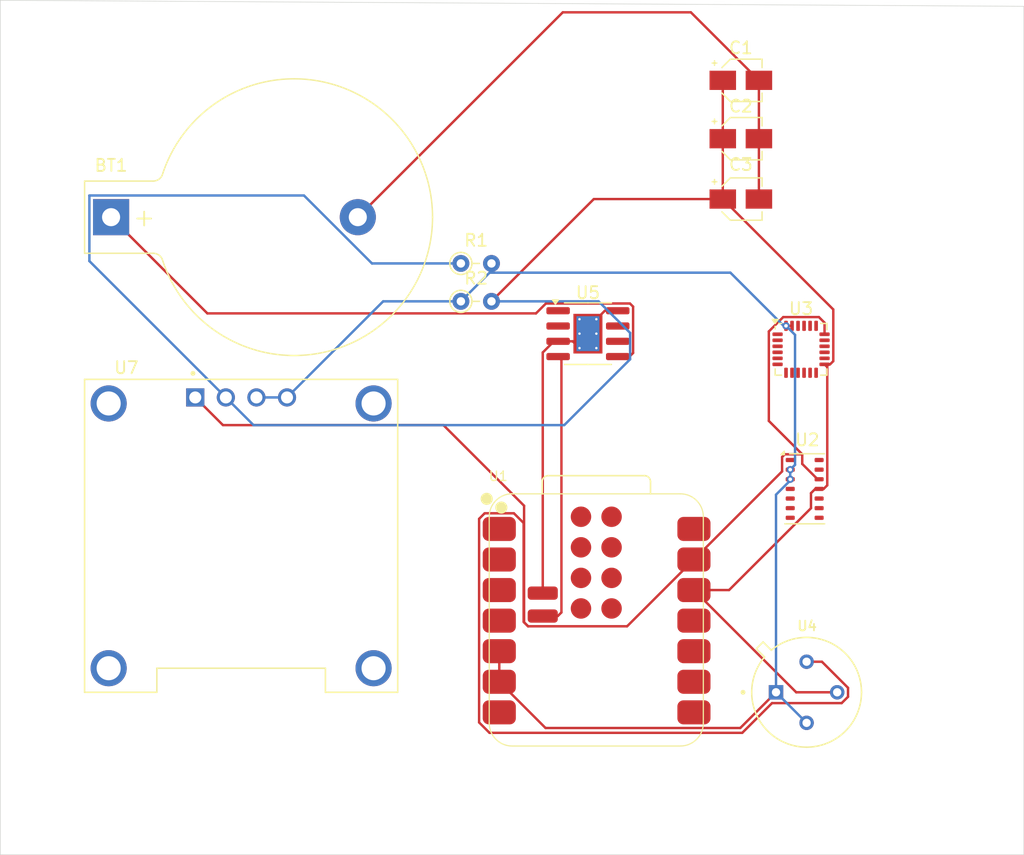
<source format=kicad_pcb>
(kicad_pcb (version 20241229) (generator "pcbnew") (generator_version "9.0")
  (layers (0 "F.Cu" signal) (2 "B.Cu" signal) (13 "F.Paste" user) (15 "B.Paste" user) (5 "F.SilkS" user "F.Silkscreen") (7 "B.SilkS" user "B.Silkscreen") (1 "F.Mask" user) (3 "B.Mask" user) (25 "Edge.Cuts" user))
  (net 0 "")
  (net 1 "Net-(BT1-+)")
  (net 2 "GND")
  (net 3 "Net-(U1-3V3)")
  (net 4 "Net-(U1-PA8_A4_D4_SDA)")
  (net 15 "Net-(U2-GND)")
  (net 16 "Net-(U5-CE)")
  (net 17 "Net-(U5-V_{CC})")
  (footprint "Capacitor_SMD:CP_Elec_3x5.3" (layer "F.Cu") (at 131.5 61.65)
    (property "Reference" "C1" (at 0 -2.7 0) (layer "F.SilkS"))
    (property "Value" "0.1u")
    (fp_line (start -2.375 -1.435) (end -2 -1.435) (stroke (width 0.12)) (layer "F.SilkS"))
    (fp_line (start -2.1875 -1.6225) (end -2.1875 -1.2475) (stroke (width 0.12)) (layer "F.SilkS"))
    (fp_line (start -1.570563 -1.06) (end -0.870563 -1.76) (stroke (width 0.12)) (layer "F.SilkS"))
    (fp_line (start -1.570563 1.06) (end -0.870563 1.76) (stroke (width 0.12)) (layer "F.SilkS"))
    (fp_line (start -0.870563 -1.76) (end 1.76 -1.76) (stroke (width 0.12)) (layer "F.SilkS"))
    (fp_line (start -0.870563 1.76) (end 1.76 1.76) (stroke (width 0.12)) (layer "F.SilkS"))
    (fp_line (start 1.76 -1.76) (end 1.76 -1.06) (stroke (width 0.12)) (layer "F.SilkS"))
    (fp_line (start 1.76 1.76) (end 1.76 1.06) (stroke (width 0.12)) (layer "F.SilkS"))
    (pad "1" smd rect (at -1.5 0) (size 2.2 1.6) (layers "F.Cu" "F.Mask" "F.Paste") (net 3 "Net-(U1-3V3)"))
    (pad "2" smd rect (at 1.5 0) (size 2.2 1.6) (layers "F.Cu" "F.Mask" "F.Paste") (net 2 "GND"))
  )
  (footprint "Capacitor_SMD:CP_Elec_3x5.3" (layer "F.Cu") (at 131.5 66.5)
    (property "Reference" "C2" (at 0 -2.7 0) (layer "F.SilkS"))
    (property "Value" "0.1u")
    (fp_line (start -2.375 -1.435) (end -2 -1.435) (stroke (width 0.12)) (layer "F.SilkS"))
    (fp_line (start -2.1875 -1.6225) (end -2.1875 -1.2475) (stroke (width 0.12)) (layer "F.SilkS"))
    (fp_line (start -1.570563 -1.06) (end -0.870563 -1.76) (stroke (width 0.12)) (layer "F.SilkS"))
    (fp_line (start -1.570563 1.06) (end -0.870563 1.76) (stroke (width 0.12)) (layer "F.SilkS"))
    (fp_line (start -0.870563 -1.76) (end 1.76 -1.76) (stroke (width 0.12)) (layer "F.SilkS"))
    (fp_line (start -0.870563 1.76) (end 1.76 1.76) (stroke (width 0.12)) (layer "F.SilkS"))
    (fp_line (start 1.76 -1.76) (end 1.76 -1.06) (stroke (width 0.12)) (layer "F.SilkS"))
    (fp_line (start 1.76 1.76) (end 1.76 1.06) (stroke (width 0.12)) (layer "F.SilkS"))
    (pad "1" smd rect (at -1.5 0) (size 2.2 1.6) (layers "F.Cu" "F.Mask" "F.Paste") (net 3 "Net-(U1-3V3)"))
    (pad "2" smd rect (at 1.5 0) (size 2.2 1.6) (layers "F.Cu" "F.Mask" "F.Paste") (net 2 "GND"))
  )
  (footprint "Sensor_Motion:InvenSense_QFN-24_4x4mm_P0.5mm" (layer "F.Cu") (at 136.5 84)
    (property "Reference" "U3" (at 0 -3.375 0) (layer "F.SilkS"))
    (property "Value" "MPU-6050")
    (fp_line (start -2.15 -1.685) (end -2.15 -1.91) (stroke (width 0.12)) (layer "F.SilkS"))
    (fp_line (start -2.15 2.15) (end -2.15 1.625) (stroke (width 0.12)) (layer "F.SilkS"))
    (fp_line (start -2.15 2.15) (end -1.625 2.15) (stroke (width 0.12)) (layer "F.SilkS"))
    (fp_line (start -1.625 -2.15) (end -1.85 -2.15) (stroke (width 0.12)) (layer "F.SilkS"))
    (fp_line (start 2.15 -2.15) (end 1.625 -2.15) (stroke (width 0.12)) (layer "F.SilkS"))
    (fp_line (start 2.15 -2.15) (end 2.15 -1.625) (stroke (width 0.12)) (layer "F.SilkS"))
    (fp_line (start 2.15 2.15) (end 1.625 2.15) (stroke (width 0.12)) (layer "F.SilkS"))
    (fp_line (start 2.15 2.15) (end 2.15 1.625) (stroke (width 0.12)) (layer "F.SilkS"))
    (fp_poly (pts (xy -2.15 -2.15) (xy -2.39 -2.48) (xy -1.91 -2.48) (xy -2.15 -2.15)) (stroke (width 0.12)) (fill yes) (layer "F.SilkS"))
    (pad "1" smd roundrect (at -1.95 -1.25) (size 0.85 0.3) (layers "F.Cu" "F.Mask" "F.Paste"))
    (pad "2" smd roundrect (at -1.95 -0.75) (size 0.85 0.3) (layers "F.Cu" "F.Mask" "F.Paste"))
    (pad "3" smd roundrect (at -1.95 -0.25) (size 0.85 0.3) (layers "F.Cu" "F.Mask" "F.Paste"))
    (pad "4" smd roundrect (at -1.95 0.25) (size 0.85 0.3) (layers "F.Cu" "F.Mask" "F.Paste"))
    (pad "5" smd roundrect (at -1.95 0.75) (size 0.85 0.3) (layers "F.Cu" "F.Mask" "F.Paste"))
    (pad "6" smd roundrect (at -1.95 1.25) (size 0.85 0.3) (layers "F.Cu" "F.Mask" "F.Paste"))
    (pad "7" smd roundrect (at -1.25 1.95 90) (size 0.85 0.3) (layers "F.Cu" "F.Mask" "F.Paste"))
    (pad "8" smd roundrect (at -0.75 1.95 90) (size 0.85 0.3) (layers "F.Cu" "F.Mask" "F.Paste"))
    (pad "9" smd roundrect (at -0.25 1.95 90) (size 0.85 0.3) (layers "F.Cu" "F.Mask" "F.Paste"))
    (pad "10" smd roundrect (at 0.25 1.95 90) (size 0.85 0.3) (layers "F.Cu" "F.Mask" "F.Paste"))
    (pad "11" smd roundrect (at 0.75 1.95 90) (size 0.85 0.3) (layers "F.Cu" "F.Mask" "F.Paste"))
    (pad "12" smd roundrect (at 1.25 1.95 90) (size 0.85 0.3) (layers "F.Cu" "F.Mask" "F.Paste"))
    (pad "13" smd roundrect (at 1.95 1.25) (size 0.85 0.3) (layers "F.Cu" "F.Mask" "F.Paste") (net 3 "Net-(U1-3V3)"))
    (pad "14" smd roundrect (at 1.95 0.75) (size 0.85 0.3) (layers "F.Cu" "F.Mask" "F.Paste"))
    (pad "15" smd roundrect (at 1.95 0.25) (size 0.85 0.3) (layers "F.Cu" "F.Mask" "F.Paste"))
    (pad "16" smd roundrect (at 1.95 -0.25) (size 0.85 0.3) (layers "F.Cu" "F.Mask" "F.Paste"))
    (pad "17" smd roundrect (at 1.95 -0.75) (size 0.85 0.3) (layers "F.Cu" "F.Mask" "F.Paste"))
    (pad "18" smd roundrect (at 1.95 -1.25) (size 0.85 0.3) (layers "F.Cu" "F.Mask" "F.Paste") (net 15 "Net-(U2-GND)"))
    (pad "19" smd roundrect (at 1.25 -1.95 90) (size 0.85 0.3) (layers "F.Cu" "F.Mask" "F.Paste"))
    (pad "20" smd roundrect (at 0.75 -1.95 90) (size 0.85 0.3) (layers "F.Cu" "F.Mask" "F.Paste"))
    (pad "21" smd roundrect (at 0.25 -1.95 90) (size 0.85 0.3) (layers "F.Cu" "F.Mask" "F.Paste"))
    (pad "22" smd roundrect (at -0.25 -1.95 90) (size 0.85 0.3) (layers "F.Cu" "F.Mask" "F.Paste"))
    (pad "23" smd roundrect (at -0.75 -1.95 90) (size 0.85 0.3) (layers "F.Cu" "F.Mask" "F.Paste") (net 4 "Net-(U1-PA8_A4_D4_SDA)"))
    (pad "24" smd roundrect (at -1.25 -1.95 90) (size 0.85 0.3) (layers "F.Cu" "F.Mask" "F.Paste") (net 4 "Net-(U1-PA8_A4_D4_SDA)"))
  )
  (footprint "DM-OLED096-636:MODULE_DM-OLED096-636" (layer "F.Cu") (at 90 99.5)
    (property "Reference" "U7" (at -9.525 -13.97 0) (layer "F.SilkS"))
    (property "Value" "DM-OLED096-636")
    (fp_line (start -13 -13) (end 13 -13) (stroke (width 0.127)) (layer "F.SilkS"))
    (fp_line (start -13 13) (end -13 -13) (stroke (width 0.127)) (layer "F.SilkS"))
    (fp_line (start -7 11) (end -7 13) (stroke (width 0.127)) (layer "F.SilkS"))
    (fp_line (start -7 13) (end -13 13) (stroke (width 0.127)) (layer "F.SilkS"))
    (fp_line (start 7 11) (end -7 11) (stroke (width 0.127)) (layer "F.SilkS"))
    (fp_line (start 7 13) (end 7 11) (stroke (width 0.127)) (layer "F.SilkS"))
    (fp_line (start 13 -13) (end 13 13) (stroke (width 0.127)) (layer "F.SilkS"))
    (fp_line (start 13 13) (end 7 13) (stroke (width 0.127)) (layer "F.SilkS"))
    (fp_circle (center -4 -13.5) (end -3.9 -13.5) (stroke (width 0.2)) (fill no) (layer "F.SilkS"))
    (pad "1" thru_hole rect (at -3.81 -11.5) (size 1.508 1.508) (drill 1) (layers "*.Cu" "*.Mask") (net 15 "Net-(U2-GND)"))
    (pad "2" thru_hole circle (at -1.27 -11.5) (size 1.508 1.508) (drill 1) (layers "*.Cu" "*.Mask") (net 3 "Net-(U1-3V3)"))
    (pad "3" thru_hole circle (at 1.27 -11.5) (size 1.508 1.508) (drill 1) (layers "*.Cu" "*.Mask") (net 4 "Net-(U1-PA8_A4_D4_SDA)"))
    (pad "4" thru_hole circle (at 3.81 -11.5) (size 1.508 1.508) (drill 1) (layers "*.Cu" "*.Mask") (net 4 "Net-(U1-PA8_A4_D4_SDA)"))
    (pad "S1" thru_hole circle (at -11 -11) (size 3 3) (drill 2) (layers "*.Cu" "*.Mask"))
    (pad "S2" thru_hole circle (at 11 -11) (size 3 3) (drill 2) (layers "*.Cu" "*.Mask"))
    (pad "S3" thru_hole circle (at 11 11) (size 3 3) (drill 2) (layers "*.Cu" "*.Mask"))
    (pad "S4" thru_hole circle (at -11 11) (size 3 3) (drill 2) (layers "*.Cu" "*.Mask"))
  )
  (footprint "Resistor_THT:R_Axial_DIN0204_L3.6mm_D1.6mm_P2.54mm_Vertical" (layer "F.Cu") (at 108.25 80.015)
    (property "Reference" "R2" (at 1.27 -1.92 0) (layer "F.SilkS"))
    (property "Value" "4.7k")
    (fp_line (start 0.92 0) (end 1.54 0) (stroke (width 0.12)) (layer "F.SilkS"))
    (fp_circle (center 0 0) (end 0.92 0) (stroke (width 0.12)) (fill no) (layer "F.SilkS"))
    (pad "1" thru_hole circle (at 0 0) (size 1.4 1.4) (drill 0.7) (layers "*.Cu" "*.Mask") (net 4 "Net-(U1-PA8_A4_D4_SDA)"))
    (pad "2" thru_hole oval (at 2.54 0) (size 1.4 1.4) (drill 0.7) (layers "*.Cu" "*.Mask") (net 3 "Net-(U1-3V3)"))
  )
  (footprint "Battery:BatteryHolder_Keystone_103_1x20mm" (layer "F.Cu") (at 79.2 73.020717)
    (property "Reference" "BT1" (at 0 -4.3 0) (layer "F.SilkS"))
    (property "Value" "Battery_Cell" (hide yes))
    (fp_line (start -2.2 -3) (end 3.5 -3) (stroke (width 0.12)) (layer "F.SilkS"))
    (fp_line (start -2.2 3) (end -2.2 -3) (stroke (width 0.12)) (layer "F.SilkS"))
    (fp_line (start -2.2 3) (end 3.5 3) (stroke (width 0.12)) (layer "F.SilkS"))
    (fp_arc (start 3.5 3) (mid 3.950694 3.136459) (end 4.25 3.5) (stroke (width 0.12)) (layer "F.SilkS"))
    (fp_arc (start 4.25 -3.5) (mid 3.950694 -3.136459) (end 3.5 -3) (stroke (width 0.12)) (layer "F.SilkS"))
    (fp_arc (start 4.25 -3.5) (mid 16.971103 -11.358466) (end 26.695671 0) (stroke (width 0.12)) (layer "F.SilkS"))
    (fp_arc (start 26.695671 0) (mid 16.971103 11.358466) (end 4.25 3.5) (stroke (width 0.12)) (layer "F.SilkS"))
    (fp_text user "+" (at 2.75 0 0) (layer "F.SilkS") (effects (font (size 1.5 1.5))))
    (pad "1" thru_hole rect (at 0 0) (size 3 3) (drill 1.5) (layers "*.Cu" "*.Mask") (net 1 "Net-(BT1-+)"))
    (pad "2" thru_hole circle (at 20.49 0) (size 3 3) (drill 1.5) (layers "*.Cu" "*.Mask") (net 2 "GND"))
  )
  (footprint "OptoDevice:Maxim_OLGA-14_3.3x5.6mm_P0.8mm" (layer "F.Cu") (at 136.8 95.6)
    (property "Reference" "U2" (at 0.22 -4.07 0) (layer "F.SilkS"))
    (property "Value" "MAX30102")
    (fp_line (start -1.25 -2.92) (end 1.64 -2.92) (stroke (width 0.12)) (layer "F.SilkS"))
    (fp_line (start 1.66 2.9) (end -1.65 2.9) (stroke (width 0.12)) (layer "F.SilkS"))
    (fp_poly (pts (xy -1.69 -2.85) (xy -1.97 -2.85) (xy -1.69 -3.13) (xy -1.69 -2.85)) (stroke (width 0.12)) (fill yes) (layer "F.SilkS"))
    (pad "1" smd roundrect (at -1.2 -2.4) (size 0.75 0.35) (layers "F.Cu" "F.Mask" "F.Paste"))
    (pad "2" smd roundrect (at -1.2 -1.6) (size 0.75 0.35) (layers "F.Cu" "F.Mask" "F.Paste") (net 4 "Net-(U1-PA8_A4_D4_SDA)"))
    (pad "3" smd roundrect (at -1.2 -0.8) (size 0.75 0.35) (layers "F.Cu" "F.Mask" "F.Paste") (net 4 "Net-(U1-PA8_A4_D4_SDA)"))
    (pad "4" smd roundrect (at -1.2 0) (size 0.75 0.35) (layers "F.Cu" "F.Mask" "F.Paste"))
    (pad "5" smd roundrect (at -1.2 0.8) (size 0.75 0.35) (layers "F.Cu" "F.Mask" "F.Paste"))
    (pad "6" smd roundrect (at -1.2 1.6) (size 0.75 0.35) (layers "F.Cu" "F.Mask" "F.Paste"))
    (pad "7" smd roundrect (at -1.2 2.4) (size 0.75 0.35) (layers "F.Cu" "F.Mask" "F.Paste"))
    (pad "8" smd roundrect (at 1.2 2.4) (size 0.75 0.35) (layers "F.Cu" "F.Mask" "F.Paste"))
    (pad "9" smd roundrect (at 1.2 1.6) (size 0.75 0.35) (layers "F.Cu" "F.Mask" "F.Paste"))
    (pad "10" smd roundrect (at 1.2 0.8) (size 0.75 0.35) (layers "F.Cu" "F.Mask" "F.Paste"))
    (pad "11" smd roundrect (at 1.2 0) (size 0.75 0.35) (layers "F.Cu" "F.Mask" "F.Paste") (net 3 "Net-(U1-3V3)"))
    (pad "12" smd roundrect (at 1.2 -0.8) (size 0.75 0.35) (layers "F.Cu" "F.Mask" "F.Paste") (net 15 "Net-(U2-GND)"))
    (pad "13" smd roundrect (at 1.2 -1.6) (size 0.75 0.35) (layers "F.Cu" "F.Mask" "F.Paste"))
    (pad "14" smd roundrect (at 1.2 -2.4) (size 0.75 0.35) (layers "F.Cu" "F.Mask" "F.Paste"))
  )
  (footprint "Package_SO:SOIC-8-1EP_3.9x4.9mm_P1.27mm_EP2.41x3.3mm_ThermalVias" (layer "F.Cu") (at 118.8 82.7)
    (property "Reference" "U5" (at 0 -3.4 0) (layer "F.SilkS"))
    (property "Value" "TP4056-42-ESOP8")
    (fp_line (start 0 -2.56) (end -1.95 -2.56) (stroke (width 0.12)) (layer "F.SilkS"))
    (fp_line (start 0 -2.56) (end 1.95 -2.56) (stroke (width 0.12)) (layer "F.SilkS"))
    (fp_line (start 0 2.56) (end -1.95 2.56) (stroke (width 0.12)) (layer "F.SilkS"))
    (fp_line (start 0 2.56) (end 1.95 2.56) (stroke (width 0.12)) (layer "F.SilkS"))
    (fp_poly (pts (xy -2.7 -2.465) (xy -2.94 -2.795) (xy -2.46 -2.795) (xy -2.7 -2.465)) (stroke (width 0.12)) (fill yes) (layer "F.SilkS"))
    (pad "1" smd roundrect (at -2.475 -1.905) (size 1.95 0.6) (layers "F.Cu" "F.Mask" "F.Paste"))
    (pad "2" smd roundrect (at -2.475 -0.635) (size 1.95 0.6) (layers "F.Cu" "F.Mask" "F.Paste"))
    (pad "3" smd roundrect (at -2.475 0.635) (size 1.95 0.6) (layers "F.Cu" "F.Mask" "F.Paste") (net 16 "Net-(U5-CE)"))
    (pad "4" smd roundrect (at -2.475 1.905) (size 1.95 0.6) (layers "F.Cu" "F.Mask" "F.Paste") (net 17 "Net-(U5-V_{CC})"))
    (pad "5" smd roundrect (at 2.475 1.905) (size 1.95 0.6) (layers "F.Cu" "F.Mask" "F.Paste") (net 1 "Net-(BT1-+)"))
    (pad "6" smd roundrect (at 2.475 0.635) (size 1.95 0.6) (layers "F.Cu" "F.Mask" "F.Paste"))
    (pad "7" smd roundrect (at 2.475 -0.635) (size 1.95 0.6) (layers "F.Cu" "F.Mask" "F.Paste"))
    (pad "8" smd roundrect (at 2.475 -1.905) (size 1.95 0.6) (layers "F.Cu" "F.Mask" "F.Paste") (net 16 "Net-(U5-CE)"))
    (pad "9" thru_hole circle (at -0.7 -1.2) (size 0.5 0.5) (drill 0.2) (property pad_prop_heatsink) (layers "*.Cu") (net 16 "Net-(U5-CE)"))
    (pad "9" thru_hole circle (at -0.7 0) (size 0.5 0.5) (drill 0.2) (property pad_prop_heatsink) (layers "*.Cu") (net 16 "Net-(U5-CE)"))
    (pad "9" thru_hole circle (at -0.7 1.2) (size 0.5 0.5) (drill 0.2) (property pad_prop_heatsink) (layers "*.Cu") (net 16 "Net-(U5-CE)"))
    (pad "9" smd rect (at 0 0) (size 1.9 2.9) (property pad_prop_heatsink) (layers "B.Cu") (net 16 "Net-(U5-CE)"))
    (pad "9" smd rect (at 0 0) (size 2.41 3.3) (property pad_prop_heatsink) (layers "F.Cu" "F.Mask") (net 16 "Net-(U5-CE)"))
    (pad "9" thru_hole circle (at 0.7 -1.2) (size 0.5 0.5) (drill 0.2) (property pad_prop_heatsink) (layers "*.Cu") (net 16 "Net-(U5-CE)"))
    (pad "9" thru_hole circle (at 0.7 0) (size 0.5 0.5) (drill 0.2) (property pad_prop_heatsink) (layers "*.Cu") (net 16 "Net-(U5-CE)"))
    (pad "9" thru_hole circle (at 0.7 1.2) (size 0.5 0.5) (drill 0.2) (property pad_prop_heatsink) (layers "*.Cu") (net 16 "Net-(U5-CE)"))
  )
  (footprint "Seeed Studio XIAO Series Library:XIAO-ESP32S3-SMD" (layer "F.Cu") (at 119.5 106.5)
    (property "Reference" "U1" (at -9 -11.5 0) (layer "F.SilkS") (effects (font (size 0.78232 0.78232) (thickness 0.10668)) (justify left bottom)))
    (property "Value" "SeeeduinoXIAO")
    (fp_line (start -8.896364 8.56) (end -8.896364 -8.585) (stroke (width 0.1)) (layer "F.SilkS"))
    (fp_line (start -6.991364 10.465) (end 6.978636 10.465) (stroke (width 0.1)) (layer "F.SilkS"))
    (fp_line (start -4.501364 -10.49) (end -4.497636 -11.500272) (stroke (width 0.127)) (layer "F.SilkS"))
    (fp_line (start -3.997636 -12) (end 3.997636 -12) (stroke (width 0.127)) (layer "F.SilkS"))
    (fp_line (start 4.497636 -11.5) (end 4.497636 -10.49) (stroke (width 0.127)) (layer "F.SilkS"))
    (fp_line (start 6.978636 -10.49) (end -6.991364 -10.49) (stroke (width 0.1)) (layer "F.SilkS"))
    (fp_line (start 8.883636 8.56) (end 8.883636 -8.585) (stroke (width 0.1)) (layer "F.SilkS"))
    (fp_arc (start -8.896364 -8.589) (mid -8.338402 -9.936038) (end -6.991364 -10.494) (stroke (width 0.1)) (layer "F.SilkS"))
    (fp_arc (start -6.991364 10.465) (mid -8.338402 9.907038) (end -8.896364 8.56) (stroke (width 0.1)) (layer "F.SilkS"))
    (fp_arc (start -4.497636 -11.500272) (mid -4.351088 -11.853644) (end -3.997636 -12) (stroke (width 0.127)) (layer "F.SilkS"))
    (fp_arc (start 3.997636 -12) (mid 4.351189 -11.853553) (end 4.497636 -11.5) (stroke (width 0.127)) (layer "F.SilkS"))
    (fp_arc (start 6.978636 -10.49) (mid 8.325674 -9.932038) (end 8.883636 -8.585) (stroke (width 0.1)) (layer "F.SilkS"))
    (fp_arc (start 8.883636 8.56) (mid 8.325674 9.907038) (end 6.978636 10.465) (stroke (width 0.1)) (layer "F.SilkS"))
    (fp_circle (center -9.106364 -10.074) (end -9.106364 -10.328) (stroke (width 0.5)) (fill yes) (layer "F.SilkS"))
    (fp_circle (center -7.889364 -9.351) (end -7.889364 -9.605) (stroke (width 0.5)) (fill yes) (layer "F.SilkS"))
    (pad "1" smd roundrect (at -8.061364 -7.573) (size 2.75 2) (layers "F.Cu" "F.Mask" "F.Paste"))
    (pad "2" smd roundrect (at -8.061364 -5.033) (size 2.75 2) (layers "F.Cu" "F.Mask" "F.Paste"))
    (pad "3" smd roundrect (at -8.061364 -2.493) (size 2.75 2) (layers "F.Cu" "F.Mask" "F.Paste"))
    (pad "4" smd roundrect (at -8.061364 0.047) (size 2.75 2) (layers "F.Cu" "F.Mask" "F.Paste"))
    (pad "5" smd roundrect (at -8.061364 2.587) (size 2.75 2) (layers "F.Cu" "F.Mask" "F.Paste") (net 4 "Net-(U1-PA8_A4_D4_SDA)"))
    (pad "6" smd roundrect (at -8.061364 5.127) (size 2.75 2) (layers "F.Cu" "F.Mask" "F.Paste") (net 4 "Net-(U1-PA8_A4_D4_SDA)"))
    (pad "7" smd roundrect (at -8.061364 7.667) (size 2.75 2) (layers "F.Cu" "F.Mask" "F.Paste"))
    (pad "8" smd roundrect (at 8.103636 7.667) (size 2.75 2) (layers "F.Cu" "F.Mask" "F.Paste"))
    (pad "9" smd roundrect (at 8.103636 5.127) (size 2.75 2) (layers "F.Cu" "F.Mask" "F.Paste"))
    (pad "10" smd roundrect (at 8.103636 2.587) (size 2.75 2) (layers "F.Cu" "F.Mask" "F.Paste"))
    (pad "11" smd roundrect (at 8.103636 0.047) (size 2.75 2) (layers "F.Cu" "F.Mask" "F.Paste"))
    (pad "12" smd roundrect (at 8.103636 -2.493) (size 2.75 2) (layers "F.Cu" "F.Mask" "F.Paste") (net 3 "Net-(U1-3V3)"))
    (pad "13" smd roundrect (at 8.103636 -5.033) (size 2.75 2) (layers "F.Cu" "F.Mask" "F.Paste") (net 15 "Net-(U2-GND)"))
    (pad "14" smd roundrect (at 8.103636 -7.573) (size 2.75 2) (layers "F.Cu" "F.Mask" "F.Paste"))
    (pad "15" smd roundrect (at -4.451364 -0.335 180) (size 2.5 1.1) (layers "F.Cu" "F.Mask" "F.Paste") (net 17 "Net-(U5-V_{CC})"))
    (pad "16" smd roundrect (at -4.451364 -2.24 180) (size 2.5 1.1) (layers "F.Cu" "F.Mask" "F.Paste") (net 16 "Net-(U5-CE)"))
    (pad "17" smd circle (at -1.276364 -8.585) (size 1.7 1.7) (layers "F.Cu" "F.Mask" "F.Paste"))
    (pad "18" smd circle (at 1.263636 -8.585) (size 1.7 1.7) (layers "F.Cu" "F.Mask" "F.Paste"))
    (pad "19" smd circle (at -1.276364 -6.045) (size 1.7 1.7) (layers "F.Cu" "F.Mask" "F.Paste"))
    (pad "20" smd circle (at 1.263636 -6.045) (size 1.7 1.7) (layers "F.Cu" "F.Mask" "F.Paste"))
    (pad "21" smd circle (at -1.276364 -3.505) (size 1.7 1.7) (layers "F.Cu" "F.Mask" "F.Paste"))
    (pad "22" smd circle (at 1.263636 -3.505) (size 1.7 1.7) (layers "F.Cu" "F.Mask" "F.Paste"))
    (pad "23" smd circle (at -1.276364 -0.965) (size 1.7 1.7) (layers "F.Cu" "F.Mask" "F.Paste"))
    (pad "24" smd circle (at 1.263636 -0.965) (size 1.7 1.7) (layers "F.Cu" "F.Mask" "F.Paste"))
  )
  (footprint "Resistor_THT:R_Axial_DIN0204_L3.6mm_D1.6mm_P2.54mm_Vertical" (layer "F.Cu") (at 108.25 76.865)
    (property "Reference" "R1" (at 1.27 -1.92 0) (layer "F.SilkS"))
    (property "Value" "4.7k")
    (fp_line (start 0.92 0) (end 1.54 0) (stroke (width 0.12)) (layer "F.SilkS"))
    (fp_circle (center 0 0) (end 0.92 0) (stroke (width 0.12)) (fill no) (layer "F.SilkS"))
    (pad "1" thru_hole circle (at 0 0) (size 1.4 1.4) (drill 0.7) (layers "*.Cu" "*.Mask") (net 3 "Net-(U1-3V3)"))
    (pad "2" thru_hole oval (at 2.54 0) (size 1.4 1.4) (drill 0.7) (layers "*.Cu" "*.Mask") (net 4 "Net-(U1-PA8_A4_D4_SDA)"))
  )
  (footprint "MLX90614ESF-AAA-000-TU:TO254P912H435-4" (layer "F.Cu") (at 136.96 112.5)
    (property "Reference" "U4" (at 0.04 -5.508 0) (layer "F.SilkS") (effects (font (size 0.8 0.8))))
    (property "Value" "MLX90614ESF-AAA-000-TU")
    (fp_line (start -4.1793 -3.61361) (end -3.49482 -2.92913) (stroke (width 0.127)) (layer "F.SilkS"))
    (fp_line (start -3.61361 -4.1793) (end -4.1793 -3.61361) (stroke (width 0.127)) (layer "F.SilkS"))
    (fp_line (start -2.92913 -3.49482) (end -3.61361 -4.1793) (stroke (width 0.127)) (layer "F.SilkS"))
    (fp_arc (start -4.56 0) (mid -4.285439 -1.558397) (end -3.49482 -2.92913) (stroke (width 0.127)) (layer "F.SilkS"))
    (fp_arc (start -2.92913 -3.49482) (mid -1.558397 -4.285439) (end 0 -4.56) (stroke (width 0.127)) (layer "F.SilkS"))
    (fp_arc (start 0 -4.56) (mid 3.224407 -3.224407) (end 4.56 0) (stroke (width 0.127)) (layer "F.SilkS"))
    (fp_arc (start 0 4.56) (mid -3.224407 3.224407) (end -4.56 0) (stroke (width 0.127)) (layer "F.SilkS"))
    (fp_arc (start 4.56 0) (mid 3.224407 3.224407) (end 0 4.56) (stroke (width 0.127)) (layer "F.SilkS"))
    (fp_circle (center -5.28 0) (end -5.18 0) (stroke (width 0.2)) (fill no) (layer "F.SilkS"))
    (pad "1" thru_hole rect (at -2.54 0) (size 1.198 1.198) (drill 0.69) (layers "*.Cu" "*.Mask") (net 4 "Net-(U1-PA8_A4_D4_SDA)"))
    (pad "2" thru_hole circle (at 0 2.54) (size 1.198 1.198) (drill 0.69) (layers "*.Cu" "*.Mask") (net 4 "Net-(U1-PA8_A4_D4_SDA)"))
    (pad "3" thru_hole circle (at 2.54 0) (size 1.198 1.198) (drill 0.69) (layers "*.Cu" "*.Mask") (net 3 "Net-(U1-3V3)"))
    (pad "4" thru_hole circle (at 0 -2.54) (size 1.198 1.198) (drill 0.69) (layers "*.Cu" "*.Mask") (net 15 "Net-(U2-GND)"))
  )
  (footprint "Capacitor_SMD:CP_Elec_3x5.3" (layer "F.Cu") (at 131.5 71.515)
    (property "Reference" "C3" (at 0 -2.865 0) (layer "F.SilkS"))
    (property "Value" "0.1u")
    (fp_line (start -2.375 -1.435) (end -2 -1.435) (stroke (width 0.12)) (layer "F.SilkS"))
    (fp_line (start -2.1875 -1.6225) (end -2.1875 -1.2475) (stroke (width 0.12)) (layer "F.SilkS"))
    (fp_line (start -1.570563 -1.06) (end -0.870563 -1.76) (stroke (width 0.12)) (layer "F.SilkS"))
    (fp_line (start -1.570563 1.06) (end -0.870563 1.76) (stroke (width 0.12)) (layer "F.SilkS"))
    (fp_line (start -0.870563 -1.76) (end 1.76 -1.76) (stroke (width 0.12)) (layer "F.SilkS"))
    (fp_line (start -0.870563 1.76) (end 1.76 1.76) (stroke (width 0.12)) (layer "F.SilkS"))
    (fp_line (start 1.76 -1.76) (end 1.76 -1.06) (stroke (width 0.12)) (layer "F.SilkS"))
    (fp_line (start 1.76 1.76) (end 1.76 1.06) (stroke (width 0.12)) (layer "F.SilkS"))
    (pad "1" smd rect (at -1.5 0) (size 2.2 1.6) (layers "F.Cu" "F.Mask" "F.Paste") (net 3 "Net-(U1-3V3)"))
    (pad "2" smd rect (at 1.5 0) (size 2.2 1.6) (layers "F.Cu" "F.Mask" "F.Paste") (net 2 "GND"))
  )
  (gr_line (start 155 55.5) (end 155 126) (stroke (width 0.05)) (layer "Edge.Cuts"))
  (gr_line (start 70 55) (end 155 55.5) (stroke (width 0.05)) (layer "Edge.Cuts"))
  (gr_line (start 70 126) (end 70 55) (stroke (width 0.05)) (layer "Edge.Cuts"))
  (gr_line (start 155 126) (end 70 126) (stroke (width 0.05)) (layer "Edge.Cuts"))
  (segment (start 115.309032 80.194) (end 122.290968 80.194) (width 0.2) (layer "F.Cu") (net 1))
  (segment (start 114.487032 81.016) (end 115.309032 80.194) (width 0.2) (layer "F.Cu") (net 1))
  (segment (start 79.2 73.020717) (end 87.195283 81.016) (width 0.2) (layer "F.Cu") (net 1))
  (segment (start 122.249999 84.605) (end 121.275 84.605) (width 0.2) (layer "F.Cu") (net 1))
  (segment (start 122.290968 80.194) (end 122.551 80.454032) (width 0.2) (layer "F.Cu") (net 1))
  (segment (start 87.195283 81.016) (end 114.487032 81.016) (width 0.2) (layer "F.Cu") (net 1))
  (segment (start 122.551 80.454032) (end 122.551 84.303999) (width 0.2) (layer "F.Cu") (net 1))
  (segment (start 122.551 84.303999) (end 122.249999 84.605) (width 0.2) (layer "F.Cu") (net 1))
  (segment (start 79.2 73.020717) (end 79.200001 73.020717) (width 0.2) (layer "B.Cu") (net 1))
  (segment (start 127.35 56) (end 116.710717 56) (width 0.2) (layer "F.Cu") (net 2))
  (segment (start 133 66.5) (end 133 61.65) (width 0.2) (layer "F.Cu") (net 2))
  (segment (start 116.710717 56) (end 99.69 73.020717) (width 0.2) (layer "F.Cu") (net 2))
  (segment (start 133 61.65) (end 127.35 56) (width 0.2) (layer "F.Cu") (net 2))
  (segment (start 133 66.5) (end 133 71.515) (width 0.2) (layer "F.Cu") (net 2))
  (segment (start 119.29 71.515) (end 110.79 80.015) (width 0.2) (layer "F.Cu") (net 3))
  (segment (start 138.676 95.298999) (end 138.374999 95.6) (width 0.2) (layer "F.Cu") (net 3))
  (segment (start 130 66.5) (end 130 61.65) (width 0.2) (layer "F.Cu") (net 3))
  (segment (start 137.324 95.952) (end 137.676 95.6) (width 0.2) (layer "F.Cu") (net 3))
  (segment (start 137.676 95.6) (end 138 95.6) (width 0.2) (layer "F.Cu") (net 3))
  (segment (start 138.676 85.476) (end 138.676 95.298999) (width 0.2) (layer "F.Cu") (net 3))
  (segment (start 136.096636 112.5) (end 139.5 112.5) (width 0.2) (layer "F.Cu") (net 3))
  (segment (start 130 71.515) (end 119.29 71.515) (width 0.2) (layer "F.Cu") (net 3))
  (segment (start 138.45 85.25) (end 138.676 85.476) (width 0.2) (layer "F.Cu") (net 3))
  (segment (start 130 71.515) (end 139.176 80.691) (width 0.2) (layer "F.Cu") (net 3))
  (segment (start 138.374999 95.6) (end 138 95.6) (width 0.2) (layer "F.Cu") (net 3))
  (segment (start 137.324 97.202848) (end 137.324 95.952) (width 0.2) (layer "F.Cu") (net 3))
  (segment (start 139.176 84.982824) (end 138.908824 85.25) (width 0.2) (layer "F.Cu") (net 3))
  (segment (start 127.603636 104.007) (end 136.096636 112.5) (width 0.2) (layer "F.Cu") (net 3))
  (segment (start 130.519848 104.007) (end 137.324 97.202848) (width 0.2) (layer "F.Cu") (net 3))
  (segment (start 139.176 80.691) (end 139.176 84.982824) (width 0.2) (layer "F.Cu") (net 3))
  (segment (start 130 71.515) (end 130 66.5) (width 0.2) (layer "F.Cu") (net 3))
  (segment (start 127.603636 104.007) (end 130.519848 104.007) (width 0.2) (layer "F.Cu") (net 3))
  (segment (start 138.908824 85.25) (end 138.45 85.25) (width 0.2) (layer "F.Cu") (net 3))
  (segment (start 100.865 76.865) (end 108.25 76.865) (width 0.2) (layer "B.Cu") (net 3))
  (segment (start 88.73 88) (end 77.399 76.669) (width 0.2) (layer "B.Cu") (net 3))
  (segment (start 110.79 80.015) (end 110.515 80.015) (width 0.2) (layer "B.Cu") (net 3))
  (segment (start 95.219717 71.219717) (end 100.865 76.865) (width 0.2) (layer "B.Cu") (net 3))
  (segment (start 110.79 80.015) (end 119.6841 80.015) (width 0.2) (layer "B.Cu") (net 3))
  (segment (start 91.031 90.301) (end 88.73 88) (width 0.2) (layer "B.Cu") (net 3))
  (segment (start 119.6841 80.015) (end 122.302 82.6329) (width 0.2) (layer "B.Cu") (net 3))
  (segment (start 108.365 76.865) (end 108.5 77) (width 0.2) (layer "B.Cu") (net 3))
  (segment (start 110.515 80.015) (end 110.5 80) (width 0.2) (layer "B.Cu") (net 3))
  (segment (start 122.302 84.8322) (end 116.8332 90.301) (width 0.2) (layer "B.Cu") (net 3))
  (segment (start 77.399 76.669) (end 77.399 71.219717) (width 0.2) (layer "B.Cu") (net 3))
  (segment (start 122.302 82.6329) (end 122.302 84.8322) (width 0.2) (layer "B.Cu") (net 3))
  (segment (start 108.365 76.865) (end 108.25 76.865) (width 0.2) (layer "B.Cu") (net 3))
  (segment (start 77.399 71.219717) (end 95.219717 71.219717) (width 0.2) (layer "B.Cu") (net 3))
  (segment (start 116.8332 90.301) (end 91.031 90.301) (width 0.2) (layer "B.Cu") (net 3))
  (segment (start 115.279636 115.468) (end 131.452 115.468) (width 0.2) (layer "F.Cu") (net 4))
  (segment (start 131.452 115.468) (end 134.42 112.5) (width 0.2) (layer "F.Cu") (net 4))
  (segment (start 135.75 82.05) (end 135.25 82.05) (width 0.2) (layer "F.Cu") (net 4))
  (segment (start 111.438636 111.627) (end 115.279636 115.468) (width 0.2) (layer "F.Cu") (net 4))
  (segment (start 111.438636 109.087) (end 111.438636 111.627) (width 0.2) (layer "F.Cu") (net 4))
  (via (at 135.6 94) (size 0.6) (drill 0.3) (layers "F.Cu" "B.Cu") (net 4))
  (via (at 135.25 82.05) (size 0.6) (drill 0.3) (layers "F.Cu" "B.Cu") (net 4))
  (via (at 135.6 94.8) (size 0.6) (drill 0.3) (layers "F.Cu" "B.Cu") (net 4))
  (segment (start 134.42 96.08) (end 135.6 94.9) (width 0.2) (layer "B.Cu") (net 4))
  (segment (start 130.6325 77.6325) (end 135 82) (width 0.2) (layer "B.Cu") (net 4))
  (segment (start 93.81 88) (end 101.795 80.015) (width 0.2) (layer "B.Cu") (net 4))
  (segment (start 110.6325 77.6325) (end 110.79 77.475) (width 0.2) (layer "B.Cu") (net 4))
  (segment (start 93.81 88) (end 91.27 88) (width 0.2) (layer "B.Cu") (net 4))
  (segment (start 136 93.6) (end 136 82.8) (width 0.2) (layer "B.Cu") (net 4))
  (segment (start 136 82.8) (end 135.25 82.05) (width 0.2) (layer "B.Cu") (net 4))
  (segment (start 134.42 112.5) (end 134.42 96.08) (width 0.2) (layer "B.Cu") (net 4))
  (segment (start 135.6 94) (end 136 93.6) (width 0.2) (layer "B.Cu") (net 4))
  (segment (start 110.6325 77.6325) (end 130.6325 77.6325) (width 0.2) (layer "B.Cu") (net 4))
  (segment (start 101.795 80.015) (end 108.25 80.015) (width 0.2) (layer "B.Cu") (net 4))
  (segment (start 135.6 94.8) (end 135.6 94) (width 0.2) (layer "B.Cu") (net 4))
  (segment (start 110.79 77.475) (end 110.79 76.865) (width 0.2) (layer "B.Cu") (net 4))
  (segment (start 134.42 112.5) (end 136.96 115.04) (width 0.2) (layer "B.Cu") (net 4))
  (segment (start 135.6 94.9) (end 135.6 94.8) (width 0.2) (layer "B.Cu") (net 4))
  (segment (start 108.25 80.015) (end 110.6325 77.6325) (width 0.2) (layer "B.Cu") (net 4))
  (segment (start 109.762636 98.087942) (end 110.224578 97.626) (width 0.2) (layer "F.Cu") (net 15))
  (segment (start 113.497636 96.997636) (end 113.497636 106.686206) (width 0.2) (layer "F.Cu") (net 15))
  (segment (start 127.603636 101.467) (end 127.785318 101.285318) (width 0.2) (layer "F.Cu") (net 15))
  (segment (start 138.45 82.75) (end 138.45 81.791176) (width 0.2) (layer "F.Cu") (net 15))
  (segment (start 86.19 88) (end 88.491 90.301) (width 0.2) (layer "F.Cu") (net 15))
  (segment (start 139.872793 113.4) (end 134.0871 113.4) (width 0.2) (layer "F.Cu") (net 15))
  (segment (start 140.4 112.127207) (end 140.4 112.872793) (width 0.2) (layer "F.Cu") (net 15))
  (segment (start 106.801 90.301) (end 113.497636 96.997636) (width 0.2) (layer "F.Cu") (net 15))
  (segment (start 135.017176 81.324) (end 133.824 82.517176) (width 0.2) (layer "F.Cu") (net 15))
  (segment (start 133.824 82.517176) (end 133.824 89.950848) (width 0.2) (layer "F.Cu") (net 15))
  (segment (start 113.497636 106.686206) (end 113.82743 107.016) (width 0.2) (layer "F.Cu") (net 15))
  (segment (start 138.232793 109.96) (end 140.4 112.127207) (width 0.2) (layer "F.Cu") (net 15))
  (segment (start 122.054636 107.016) (end 127.603636 101.467) (width 0.2) (layer "F.Cu") (net 15))
  (segment (start 134.924 94.146636) (end 134.924 92.949152) (width 0.2) (layer "F.Cu") (net 15))
  (segment (start 112.652694 97.626) (end 113.460578 98.433884) (width 0.2) (layer "F.Cu") (net 15))
  (segment (start 113.82743 107.016) (end 122.054636 107.016) (width 0.2) (layer "F.Cu") (net 15))
  (segment (start 134.0871 113.4) (end 131.6181 115.869) (width 0.2) (layer "F.Cu") (net 15))
  (segment (start 136.96 109.96) (end 138.232793 109.96) (width 0.2) (layer "F.Cu") (net 15))
  (segment (start 113.460578 98.433884) (end 113.460578 106.649148) (width 0.2) (layer "F.Cu") (net 15))
  (segment (start 137.873152 94.8) (end 138 94.8) (width 0.2) (layer "F.Cu") (net 15))
  (segment (start 131.6181 115.869) (end 110.625578 115.869) (width 0.2) (layer "F.Cu") (net 15))
  (segment (start 138.45 81.791176) (end 137.982824 81.324) (width 0.2) (layer "F.Cu") (net 15))
  (segment (start 110.224578 97.626) (end 112.652694 97.626) (width 0.2) (layer "F.Cu") (net 15))
  (segment (start 110.625578 115.869) (end 109.762636 115.006058) (width 0.2) (layer "F.Cu") (net 15))
  (segment (start 88.491 90.301) (end 106.801 90.301) (width 0.2) (layer "F.Cu") (net 15))
  (segment (start 140.4 112.872793) (end 139.872793 113.4) (width 0.2) (layer "F.Cu") (net 15))
  (segment (start 127.603636 101.467) (end 134.924 94.146636) (width 0.2) (layer "F.Cu") (net 15))
  (segment (start 113.460578 106.649148) (end 113.82743 107.016) (width 0.2) (layer "F.Cu") (net 15))
  (segment (start 136.597152 92.724) (end 136.597152 93.524) (width 0.2) (layer "F.Cu") (net 15))
  (segment (start 134.924 92.949152) (end 135.149152 92.724) (width 0.2) (layer "F.Cu") (net 15))
  (segment (start 137.982824 81.324) (end 135.017176 81.324) (width 0.2) (layer "F.Cu") (net 15))
  (segment (start 133.824 89.950848) (end 136.597152 92.724) (width 0.2) (layer "F.Cu") (net 15))
  (segment (start 109.762636 115.006058) (end 109.762636 98.087942) (width 0.2) (layer "F.Cu") (net 15))
  (segment (start 135.149152 92.724) (end 136.597152 92.724) (width 0.2) (layer "F.Cu") (net 15))
  (segment (start 136.597152 93.524) (end 137.873152 94.8) (width 0.2) (layer "F.Cu") (net 15))
  (segment (start 115.048636 104.26) (end 115.048636 84.264396) (width 0.2) (layer "F.Cu") (net 16))
  (segment (start 115.978032 83.335) (end 116.325 83.335) (width 0.2) (layer "F.Cu") (net 16))
  (segment (start 120.205 80.795) (end 119.5 81.5) (width 0.2) (layer "F.Cu") (net 16))
  (segment (start 121.275 80.795) (end 120.205 80.795) (width 0.2) (layer "F.Cu") (net 16))
  (segment (start 115.048636 84.264396) (end 115.978032 83.335) (width 0.2) (layer "F.Cu") (net 16))
  (segment (start 116.325 83.335) (end 117.535 83.335) (width 0.2) (layer "F.Cu") (net 16))
  (segment (start 117.535 83.335) (end 118.1 83.9) (width 0.2) (layer "F.Cu") (net 16))
  (segment (start 116.599636 84.879636) (end 116.325 84.605) (width 0.2) (layer "F.Cu") (net 17))
  (segment (start 116.298636 106.165) (end 116.599636 105.864) (width 0.2) (layer "F.Cu") (net 17))
  (segment (start 115.048636 106.165) (end 116.298636 106.165) (width 0.2) (layer "F.Cu") (net 17))
  (segment (start 116.599636 105.864) (end 116.599636 84.879636) (width 0.2) (layer "F.Cu") (net 17))
)
</source>
